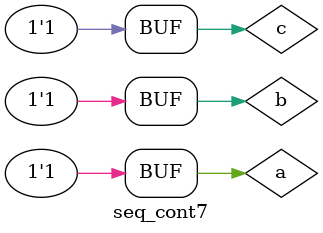
<source format=sv>
module seq_cont7;

// More interleavings between procedural processes
// and continuous assignments. Seems that all tested
// simulators print "111" here.

logic a, b;

wire c = b;

always_comb begin
 $display("a = c");
 a = c;
end

always_comb begin
 $display("b = 1");
 b = 1;
end

initial $monitor("%b%b%b", a, b, c);

endmodule

</source>
